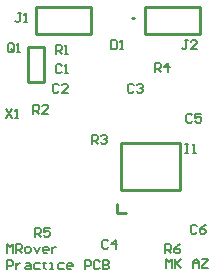
<source format=gto>
G04*
G04 #@! TF.GenerationSoftware,Altium Limited,Altium Designer,22.5.1 (42)*
G04*
G04 Layer_Color=65535*
%FSLAX25Y25*%
%MOIN*%
G70*
G04*
G04 #@! TF.SameCoordinates,3A988065-C8E6-409E-8F77-962EE0EB2120*
G04*
G04*
G04 #@! TF.FilePolarity,Positive*
G04*
G01*
G75*
%ADD10C,0.01000*%
%ADD11C,0.00700*%
D10*
X65350Y31150D02*
Y46850D01*
X45650D02*
X65350D01*
X45650Y31150D02*
Y46850D01*
Y31150D02*
X65350D01*
X44500Y23500D02*
Y26500D01*
Y23500D02*
X47500D01*
X35693Y83000D02*
Y92000D01*
X17307Y83000D02*
Y92000D01*
X17307D01*
X17307Y83000D02*
X17307D01*
Y92000D02*
X35693D01*
X17307Y83000D02*
X35693D01*
X49500Y88500D02*
X50000D01*
X53807Y92000D02*
X72193D01*
X53807Y83000D02*
X72193D01*
Y92000D02*
X72193D01*
X72193Y83000D02*
X72193D01*
Y92000D01*
X53807Y83000D02*
Y92000D01*
X14744Y67094D02*
X20256D01*
X14744Y78905D02*
X20256D01*
Y67094D02*
Y78905D01*
X14744Y67094D02*
Y78905D01*
D11*
X60700Y5200D02*
Y8199D01*
X61700Y7199D01*
X62699Y8199D01*
Y5200D01*
X63699Y8199D02*
Y5200D01*
Y6200D01*
X65698Y8199D01*
X64199Y6700D01*
X65698Y5200D01*
X69697D02*
Y7199D01*
X70697Y8199D01*
X71696Y7199D01*
Y5200D01*
Y6700D01*
X69697D01*
X72696Y8199D02*
X74695D01*
Y7699D01*
X72696Y5700D01*
Y5200D01*
X74695D01*
X7700Y10200D02*
Y13199D01*
X8700Y12199D01*
X9699Y13199D01*
Y10200D01*
X10699D02*
Y13199D01*
X12199D01*
X12698Y12699D01*
Y11699D01*
X12199Y11200D01*
X10699D01*
X11699D02*
X12698Y10200D01*
X14198D02*
X15198D01*
X15697Y10700D01*
Y11699D01*
X15198Y12199D01*
X14198D01*
X13698Y11699D01*
Y10700D01*
X14198Y10200D01*
X16697Y12199D02*
X17697Y10200D01*
X18696Y12199D01*
X21196Y10200D02*
X20196D01*
X19696Y10700D01*
Y11699D01*
X20196Y12199D01*
X21196D01*
X21696Y11699D01*
Y11200D01*
X19696D01*
X22695Y12199D02*
Y10200D01*
Y11200D01*
X23195Y11699D01*
X23695Y12199D01*
X24195D01*
X7700Y4700D02*
Y7699D01*
X9200D01*
X9699Y7199D01*
Y6199D01*
X9200Y5700D01*
X7700D01*
X10699Y6699D02*
Y4700D01*
Y5700D01*
X11199Y6199D01*
X11699Y6699D01*
X12199D01*
X14198D02*
X15198D01*
X15697Y6199D01*
Y4700D01*
X14198D01*
X13698Y5200D01*
X14198Y5700D01*
X15697D01*
X18696Y6699D02*
X17197D01*
X16697Y6199D01*
Y5200D01*
X17197Y4700D01*
X18696D01*
X20196Y7199D02*
Y6699D01*
X19696D01*
X20696D01*
X20196D01*
Y5200D01*
X20696Y4700D01*
X22195D02*
X23195D01*
X22695D01*
Y6699D01*
X22195D01*
X26694D02*
X25194D01*
X24694Y6199D01*
Y5200D01*
X25194Y4700D01*
X26694D01*
X29193D02*
X28193D01*
X27694Y5200D01*
Y6199D01*
X28193Y6699D01*
X29193D01*
X29693Y6199D01*
Y5700D01*
X27694D01*
X33692Y4700D02*
Y7699D01*
X35191D01*
X35691Y7199D01*
Y6199D01*
X35191Y5700D01*
X33692D01*
X38690Y7199D02*
X38190Y7699D01*
X37190D01*
X36691Y7199D01*
Y5200D01*
X37190Y4700D01*
X38190D01*
X38690Y5200D01*
X39690Y7699D02*
Y4700D01*
X41189D01*
X41689Y5200D01*
Y5700D01*
X41189Y6199D01*
X39690D01*
X41189D01*
X41689Y6699D01*
Y7199D01*
X41189Y7699D01*
X39690D01*
X60501Y10001D02*
Y13000D01*
X62000D01*
X62500Y12500D01*
Y11500D01*
X62000Y11000D01*
X60501D01*
X61501D02*
X62500Y10001D01*
X65499Y13000D02*
X64499Y12500D01*
X63500Y11500D01*
Y10500D01*
X64000Y10001D01*
X64999D01*
X65499Y10500D01*
Y11000D01*
X64999Y11500D01*
X63500D01*
X17001Y15500D02*
Y18499D01*
X18500D01*
X19000Y18000D01*
Y17000D01*
X18500Y16500D01*
X17001D01*
X18000D02*
X19000Y15500D01*
X21999Y18499D02*
X20000D01*
Y17000D01*
X21000Y17500D01*
X21499D01*
X21999Y17000D01*
Y16000D01*
X21499Y15500D01*
X20500D01*
X20000Y16000D01*
X57001Y70500D02*
Y73500D01*
X58500D01*
X59000Y73000D01*
Y72000D01*
X58500Y71500D01*
X57001D01*
X58000D02*
X59000Y70500D01*
X61499D02*
Y73500D01*
X60000Y72000D01*
X61999D01*
X36001Y46501D02*
Y49499D01*
X37500D01*
X38000Y49000D01*
Y48000D01*
X37500Y47500D01*
X36001D01*
X37001D02*
X38000Y46501D01*
X39000Y49000D02*
X39500Y49499D01*
X40499D01*
X40999Y49000D01*
Y48500D01*
X40499Y48000D01*
X39999D01*
X40499D01*
X40999Y47500D01*
Y47000D01*
X40499Y46501D01*
X39500D01*
X39000Y47000D01*
X16501Y56501D02*
Y59500D01*
X18000D01*
X18500Y59000D01*
Y58000D01*
X18000Y57500D01*
X16501D01*
X17501D02*
X18500Y56501D01*
X21499D02*
X19500D01*
X21499Y58500D01*
Y59000D01*
X20999Y59500D01*
X20000D01*
X19500Y59000D01*
X24001Y76500D02*
Y79500D01*
X25500D01*
X26000Y79000D01*
Y78000D01*
X25500Y77500D01*
X24001D01*
X25000D02*
X26000Y76500D01*
X27000D02*
X27999D01*
X27499D01*
Y79500D01*
X27000Y79000D01*
X10000Y77500D02*
Y79500D01*
X9500Y80000D01*
X8501D01*
X8001Y79500D01*
Y77500D01*
X8501Y77000D01*
X9500D01*
X9000Y78000D02*
X10000Y77000D01*
X9500D02*
X10000Y77500D01*
X11000Y77000D02*
X11999D01*
X11500D01*
Y80000D01*
X11000Y79500D01*
X7501Y57999D02*
X9500Y55001D01*
Y57999D02*
X7501Y55001D01*
X10500D02*
X11499D01*
X11000D01*
Y57999D01*
X10500Y57500D01*
X68000Y80999D02*
X67001D01*
X67500D01*
Y78500D01*
X67001Y78000D01*
X66501D01*
X66001Y78500D01*
X70999Y78000D02*
X69000D01*
X70999Y80000D01*
Y80500D01*
X70499Y80999D01*
X69500D01*
X69000Y80500D01*
X12500Y90000D02*
X11500D01*
X12000D01*
Y87500D01*
X11500Y87001D01*
X11000D01*
X10501Y87500D01*
X13500Y87001D02*
X14499D01*
X13999D01*
Y90000D01*
X13500Y89500D01*
X67251Y46499D02*
X68250D01*
X67750D01*
Y43501D01*
X67251D01*
X68250D01*
X69750D02*
X70749D01*
X70250D01*
Y46499D01*
X69750Y46000D01*
X42501Y80999D02*
Y78000D01*
X44000D01*
X44500Y78500D01*
Y80500D01*
X44000Y80999D01*
X42501D01*
X45500Y78000D02*
X46499D01*
X46000D01*
Y80999D01*
X45500Y80500D01*
X71000Y19000D02*
X70500Y19500D01*
X69501D01*
X69001Y19000D01*
Y17000D01*
X69501Y16500D01*
X70500D01*
X71000Y17000D01*
X73999Y19500D02*
X73000Y19000D01*
X72000Y18000D01*
Y17000D01*
X72500Y16500D01*
X73499D01*
X73999Y17000D01*
Y17500D01*
X73499Y18000D01*
X72000D01*
X69500Y56000D02*
X69000Y56499D01*
X68001D01*
X67501Y56000D01*
Y54000D01*
X68001Y53500D01*
X69000D01*
X69500Y54000D01*
X72499Y56499D02*
X70500D01*
Y55000D01*
X71500Y55500D01*
X71999D01*
X72499Y55000D01*
Y54000D01*
X71999Y53500D01*
X71000D01*
X70500Y54000D01*
X41500Y14000D02*
X41000Y14500D01*
X40001D01*
X39501Y14000D01*
Y12000D01*
X40001Y11501D01*
X41000D01*
X41500Y12000D01*
X43999Y11501D02*
Y14500D01*
X42500Y13000D01*
X44499D01*
X50000Y66000D02*
X49500Y66500D01*
X48501D01*
X48001Y66000D01*
Y64000D01*
X48501Y63500D01*
X49500D01*
X50000Y64000D01*
X51000Y66000D02*
X51500Y66500D01*
X52499D01*
X52999Y66000D01*
Y65500D01*
X52499Y65000D01*
X51999D01*
X52499D01*
X52999Y64500D01*
Y64000D01*
X52499Y63500D01*
X51500D01*
X51000Y64000D01*
X25000Y66000D02*
X24500Y66500D01*
X23501D01*
X23001Y66000D01*
Y64000D01*
X23501Y63500D01*
X24500D01*
X25000Y64000D01*
X27999Y63500D02*
X26000D01*
X27999Y65500D01*
Y66000D01*
X27499Y66500D01*
X26500D01*
X26000Y66000D01*
X26000Y72500D02*
X25500Y73000D01*
X24500D01*
X24001Y72500D01*
Y70500D01*
X24500Y70000D01*
X25500D01*
X26000Y70500D01*
X27000Y70000D02*
X27999D01*
X27499D01*
Y73000D01*
X27000Y72500D01*
M02*

</source>
